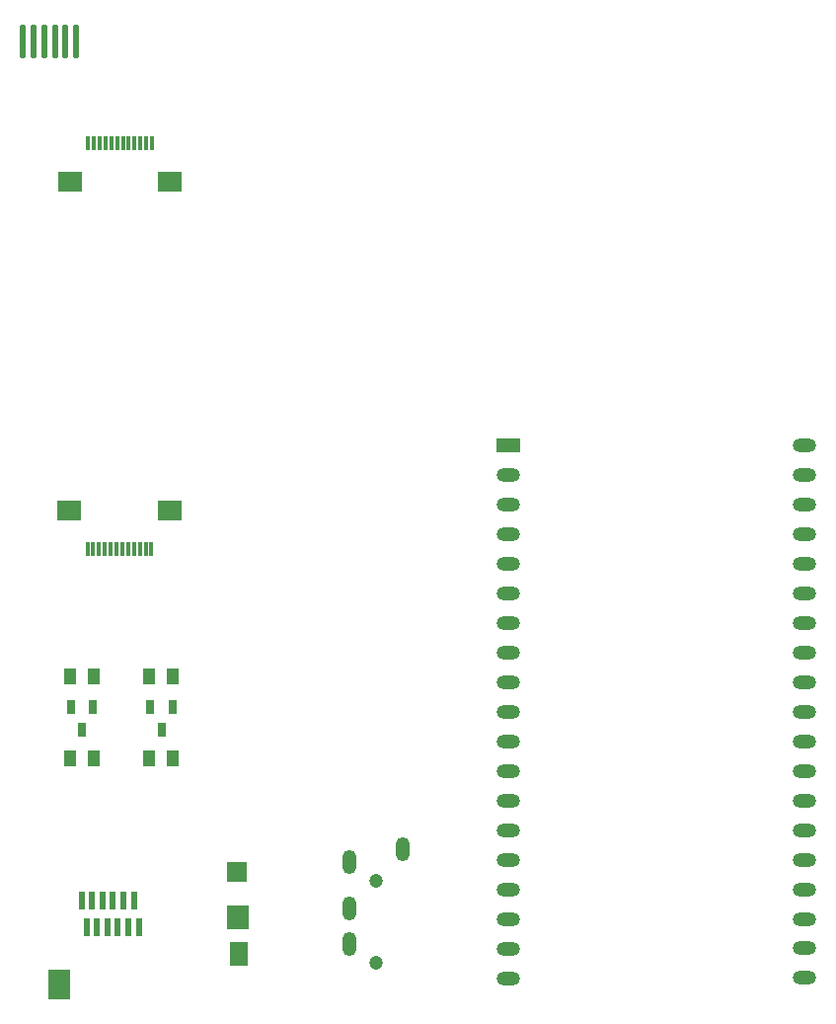
<source format=gbr>
%TF.GenerationSoftware,KiCad,Pcbnew,8.0.4*%
%TF.CreationDate,2025-09-19T21:11:49+01:00*%
%TF.ProjectId,devboard,64657662-6f61-4726-942e-6b696361645f,rev?*%
%TF.SameCoordinates,Original*%
%TF.FileFunction,Soldermask,Top*%
%TF.FilePolarity,Negative*%
%FSLAX46Y46*%
G04 Gerber Fmt 4.6, Leading zero omitted, Abs format (unit mm)*
G04 Created by KiCad (PCBNEW 8.0.4) date 2025-09-19 21:11:49*
%MOMM*%
%LPD*%
G01*
G04 APERTURE LIST*
G04 Aperture macros list*
%AMRoundRect*
0 Rectangle with rounded corners*
0 $1 Rounding radius*
0 $2 $3 $4 $5 $6 $7 $8 $9 X,Y pos of 4 corners*
0 Add a 4 corners polygon primitive as box body*
4,1,4,$2,$3,$4,$5,$6,$7,$8,$9,$2,$3,0*
0 Add four circle primitives for the rounded corners*
1,1,$1+$1,$2,$3*
1,1,$1+$1,$4,$5*
1,1,$1+$1,$6,$7*
1,1,$1+$1,$8,$9*
0 Add four rect primitives between the rounded corners*
20,1,$1+$1,$2,$3,$4,$5,0*
20,1,$1+$1,$4,$5,$6,$7,0*
20,1,$1+$1,$6,$7,$8,$9,0*
20,1,$1+$1,$8,$9,$2,$3,0*%
G04 Aperture macros list end*
%ADD10R,1.132537X1.377013*%
%ADD11R,2.000000X1.200000*%
%ADD12O,2.000000X1.200000*%
%ADD13R,1.775000X1.700000*%
%ADD14R,1.925000X2.125000*%
%ADD15R,1.900000X2.600000*%
%ADD16R,1.625000X2.025000*%
%ADD17R,0.600000X1.600000*%
%ADD18R,0.700000X1.250013*%
%ADD19RoundRect,0.117500X0.117500X1.332500X-0.117500X1.332500X-0.117500X-1.332500X0.117500X-1.332500X0*%
%ADD20R,0.300000X1.200000*%
%ADD21R,2.000000X1.800000*%
%ADD22C,1.200000*%
%ADD23O,1.200000X2.100000*%
G04 APERTURE END LIST*
D10*
%TO.C,R2*%
X164750000Y-107500000D03*
X166750000Y-107500000D03*
%TD*%
D11*
%TO.C,U7*%
X202350000Y-87610000D03*
D12*
X202350000Y-90150000D03*
X202350000Y-92690000D03*
X202350000Y-95230000D03*
X202350000Y-97770000D03*
X202350000Y-100310000D03*
X202350000Y-102850000D03*
X202350000Y-105390000D03*
X202350000Y-107930000D03*
X202350000Y-110470000D03*
X202350000Y-113010000D03*
X202350000Y-115550000D03*
X202350000Y-118090000D03*
X202350000Y-120630000D03*
X202350000Y-123170000D03*
X202350000Y-125710000D03*
X202350000Y-128250000D03*
X202350000Y-130790000D03*
X202350000Y-133330000D03*
X227746320Y-133327280D03*
X227746320Y-130787280D03*
X227750000Y-128250000D03*
X227750000Y-125710000D03*
X227750000Y-123170000D03*
X227750000Y-120630000D03*
X227750000Y-118090000D03*
X227750000Y-115550000D03*
X227750000Y-113010000D03*
X227750000Y-110470000D03*
X227750000Y-107930000D03*
X227750000Y-105390000D03*
X227750000Y-102850000D03*
X227750000Y-100310000D03*
X227750000Y-97770000D03*
X227750000Y-95230000D03*
X227750000Y-92690000D03*
X227750000Y-90150000D03*
X227750000Y-87610000D03*
%TD*%
D10*
%TO.C,R1*%
X164750000Y-114500000D03*
X166750000Y-114500000D03*
%TD*%
D13*
%TO.C,U6*%
X179009706Y-124225000D03*
D14*
X179084706Y-128087500D03*
D15*
X163772206Y-133875000D03*
D16*
X179234706Y-131262500D03*
D17*
X170622206Y-129000000D03*
X169722206Y-129000000D03*
X168822206Y-129000000D03*
X167922206Y-129000000D03*
X167022206Y-129000000D03*
X166122206Y-129000000D03*
X170197206Y-126675000D03*
X169297206Y-126675000D03*
X168397206Y-126675000D03*
X167497206Y-126675000D03*
X166597206Y-126675000D03*
X165697206Y-126675000D03*
%TD*%
D18*
%TO.C,U5*%
X173500000Y-110050038D03*
X171600076Y-110050038D03*
X172550038Y-112050038D03*
%TD*%
%TO.C,U4*%
X166699962Y-110050038D03*
X164800038Y-110050038D03*
X165750000Y-112050038D03*
%TD*%
D10*
%TO.C,R3*%
X173500000Y-107500000D03*
X171500000Y-107500000D03*
%TD*%
D19*
%TO.C,U1*%
X160650000Y-53000000D03*
X161570000Y-53000000D03*
X162490000Y-53000000D03*
X163410000Y-53000000D03*
X164330000Y-53000000D03*
X165250000Y-53000000D03*
%TD*%
D20*
%TO.C,U2*%
X171750064Y-61754001D03*
X171249936Y-61754001D03*
X170750064Y-61754001D03*
X170249936Y-61754001D03*
X169750064Y-61754001D03*
X169249936Y-61754001D03*
X168750064Y-61754001D03*
X168249936Y-61754001D03*
X167750064Y-61754001D03*
X167249936Y-61754001D03*
X166750064Y-61754001D03*
X166249936Y-61754001D03*
D21*
X164700025Y-65003937D03*
X173299975Y-65003937D03*
%TD*%
D10*
%TO.C,R4*%
X173500000Y-114500000D03*
X171500000Y-114500000D03*
%TD*%
D20*
%TO.C,U3*%
X166199961Y-96499936D03*
X166700089Y-96499936D03*
X167199961Y-96499936D03*
X167700089Y-96499936D03*
X168199961Y-96499936D03*
X168700089Y-96499936D03*
X169199961Y-96499936D03*
X169700089Y-96499936D03*
X170199961Y-96499936D03*
X170700089Y-96499936D03*
X171199961Y-96499936D03*
X171700089Y-96499936D03*
D21*
X173250000Y-93250000D03*
X164650050Y-93250000D03*
%TD*%
D22*
%TO.C,U8*%
X190940412Y-132000000D03*
X190940412Y-125000000D03*
D23*
X193240387Y-122299975D03*
X188640437Y-130400051D03*
X188640437Y-127400051D03*
X188640437Y-123400051D03*
%TD*%
M02*

</source>
